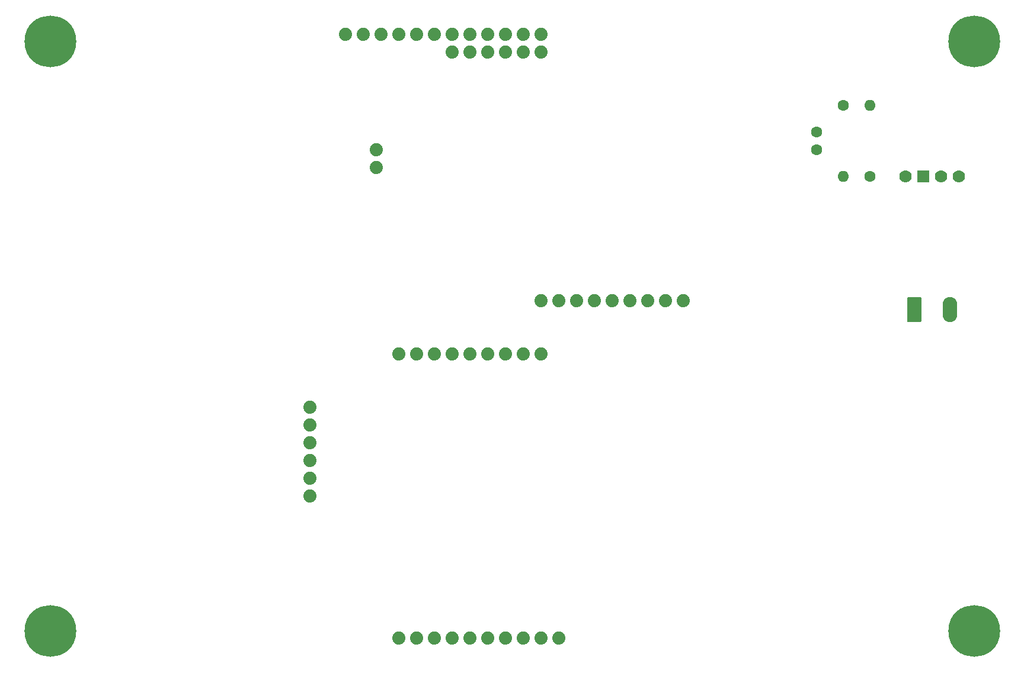
<source format=gts>
G04 #@! TF.GenerationSoftware,KiCad,Pcbnew,(5.1.9-0-10_14)*
G04 #@! TF.CreationDate,2021-05-11T11:11:06-04:00*
G04 #@! TF.ProjectId,Cryologger GVMS,4372796f-6c6f-4676-9765-722047564d53,v2.0*
G04 #@! TF.SameCoordinates,Original*
G04 #@! TF.FileFunction,Soldermask,Top*
G04 #@! TF.FilePolarity,Negative*
%FSLAX46Y46*%
G04 Gerber Fmt 4.6, Leading zero omitted, Abs format (unit mm)*
G04 Created by KiCad (PCBNEW (5.1.9-0-10_14)) date 2021-05-11 11:11:06*
%MOMM*%
%LPD*%
G01*
G04 APERTURE LIST*
%ADD10O,1.600000X1.600000*%
%ADD11C,1.600000*%
%ADD12C,1.778000*%
%ADD13R,1.778000X1.778000*%
%ADD14C,1.879600*%
%ADD15C,0.800000*%
%ADD16C,7.400000*%
%ADD17O,2.080000X3.600000*%
G04 APERTURE END LIST*
D10*
X184150000Y-68580000D03*
D11*
X184150000Y-58420000D03*
D10*
X187960000Y-58420000D03*
D11*
X187960000Y-68580000D03*
X180340000Y-64730000D03*
X180340000Y-62230000D03*
D12*
X193040000Y-68580000D03*
D13*
X195580000Y-68580000D03*
D12*
X198120000Y-68580000D03*
X200660000Y-68580000D03*
D14*
X140970000Y-86360000D03*
X143510000Y-86360000D03*
X146050000Y-86360000D03*
X148590000Y-86360000D03*
X151130000Y-86360000D03*
X153670000Y-86360000D03*
X156210000Y-86360000D03*
X158750000Y-86360000D03*
X161290000Y-86360000D03*
X113030000Y-48260000D03*
X115570000Y-48260000D03*
X118110000Y-48260000D03*
X120650000Y-48260000D03*
X123190000Y-48260000D03*
X125730000Y-48260000D03*
X128270000Y-48260000D03*
X130810000Y-48260000D03*
X133350000Y-48260000D03*
X135890000Y-48260000D03*
X138430000Y-48260000D03*
X140970000Y-48260000D03*
X128270000Y-50800000D03*
X130810000Y-50800000D03*
X133350000Y-50800000D03*
X135890000Y-50800000D03*
X138430000Y-50800000D03*
X140970000Y-50800000D03*
X117475000Y-64770000D03*
X117475000Y-67310000D03*
D15*
X204806621Y-131641779D03*
X202844400Y-130829000D03*
X200882179Y-131641779D03*
X200069400Y-133604000D03*
X200882179Y-135566221D03*
X202844400Y-136379000D03*
X204806621Y-135566221D03*
X205619400Y-133604000D03*
D16*
X202844400Y-133604000D03*
D15*
X72828221Y-47313779D03*
X70866000Y-46501000D03*
X68903779Y-47313779D03*
X68091000Y-49276000D03*
X68903779Y-51238221D03*
X70866000Y-52051000D03*
X72828221Y-51238221D03*
X73641000Y-49276000D03*
D16*
X70866000Y-49276000D03*
D15*
X72828221Y-131641779D03*
X70866000Y-130829000D03*
X68903779Y-131641779D03*
X68091000Y-133604000D03*
X68903779Y-135566221D03*
X70866000Y-136379000D03*
X72828221Y-135566221D03*
X73641000Y-133604000D03*
D16*
X70866000Y-133604000D03*
D15*
X204806621Y-47313779D03*
X202844400Y-46501000D03*
X200882179Y-47313779D03*
X200069400Y-49276000D03*
X200882179Y-51238221D03*
X202844400Y-52051000D03*
X204806621Y-51238221D03*
X205619400Y-49276000D03*
D16*
X202844400Y-49276000D03*
D14*
X120650000Y-134620000D03*
X123190000Y-134620000D03*
X125730000Y-134620000D03*
X128270000Y-134620000D03*
X130810000Y-134620000D03*
X133350000Y-134620000D03*
X135890000Y-134620000D03*
X138430000Y-134620000D03*
X140970000Y-134620000D03*
X143510000Y-134620000D03*
X107950000Y-114300000D03*
X107950000Y-111760000D03*
X107950000Y-109220000D03*
X107950000Y-106680000D03*
X107950000Y-104140000D03*
X107950000Y-101600000D03*
X120650000Y-93980000D03*
X123190000Y-93980000D03*
X125730000Y-93980000D03*
X128270000Y-93980000D03*
X130810000Y-93980000D03*
X133350000Y-93980000D03*
X135890000Y-93980000D03*
X138430000Y-93980000D03*
X140970000Y-93980000D03*
D17*
X199390000Y-87630000D03*
G36*
G01*
X193270000Y-89180001D02*
X193270000Y-86079999D01*
G75*
G02*
X193519999Y-85830000I249999J0D01*
G01*
X195100001Y-85830000D01*
G75*
G02*
X195350000Y-86079999I0J-249999D01*
G01*
X195350000Y-89180001D01*
G75*
G02*
X195100001Y-89430000I-249999J0D01*
G01*
X193519999Y-89430000D01*
G75*
G02*
X193270000Y-89180001I0J249999D01*
G01*
G37*
M02*

</source>
